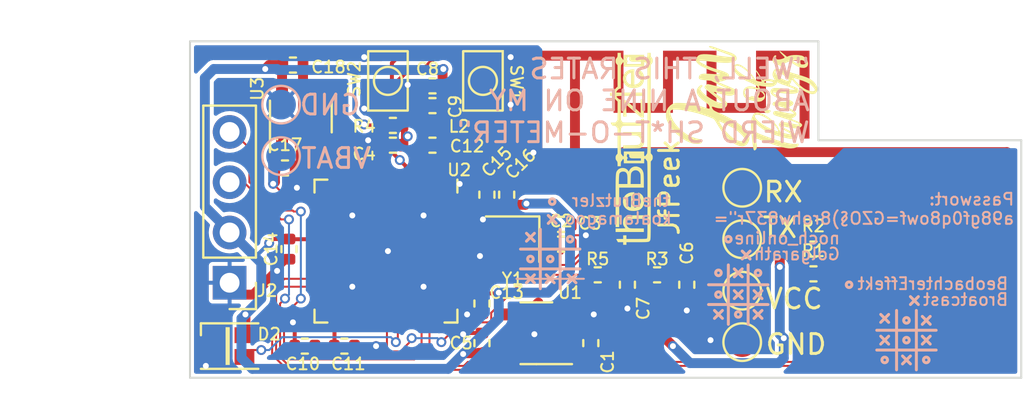
<source format=kicad_pcb>
(kicad_pcb (version 20221018) (generator pcbnew)
  (layers (0 "F.Cu" signal) (31 "B.Cu" signal) (34 "B.Paste" user) (35 "F.Paste" user) (36 "B.SilkS" user "B.Silkscreen") (37 "F.SilkS" user "F.Silkscreen") (38 "B.Mask" user) (39 "F.Mask" user) (44 "Edge.Cuts" user))
  (net 0 "")
  (net 1 "Net-(AE1-A)")
  (net 2 "GND")
  (net 3 "/VUSB")
  (net 4 "Net-(U2-XTAL_N)")
  (net 5 "Net-(U2-XTAL_P)")
  (net 6 "/EN")
  (net 7 "+3V3")
  (net 8 "Net-(C6-Pad1)")
  (net 9 "Net-(U2-VDD_SPI)")
  (net 10 "VDD3P3")
  (net 11 "Net-(C7-Pad1)")
  (net 12 "/IO48")
  (net 14 "/IO47")
  (net 15 "Net-(J1-D+)")
  (net 16 "Net-(J1-D-)")
  (net 17 "/SCL")
  (net 18 "/SDA")
  (net 19 "/TX")
  (net 22 "/IO0")
  (net 23 "/RX")
  (net 24 "/D+")
  (net 25 "/D-")
  (net 26 "unconnected-(U1-NC-Pad4)")
  (net 61 "/VBAT")
  (footprint "Resistor_SMD:R_0402_1005Metric" (layer "F.Cu") (at 163.75 101.25 90)
    (fp_text reference "C5")
    (fp_text value "10µ")
  )
  (footprint "Package_TO_SOT_SMD:TSOT-23-5" (layer "F.Cu") (at 166.5 100.75 180)
    (fp_text reference "U1")
    (fp_text value "LN1134A332MR")
  )
  (footprint "TestPoint:TestPoint_Pad_D1.5mm" (layer "F.Cu") (at 176.9 96 90)
    (fp_text reference "TP3" hide)
    (fp_text value "TestPoint")
  )
  (footprint "USB_PCB:usb-PCB" (layer "F.Cu") (at 190.9125 97 90)
    (fp_text reference "J1" hide)
    (fp_text value "USB_A" hide)
  )
  (footprint "TestPoint:TestPoint_Pad_D1.5mm" (layer "F.Cu") (at 176.9 93.4 90)
    (fp_text reference "TP4" hide)
    (fp_text value "TestPoint")
  )
  (footprint "Resistor_SMD:R_0402_1005Metric" (layer "F.Cu") (at 169.25 101.25 90)
    (fp_text reference "C1")
    (fp_text value "10µ")
  )
  (footprint "Resistor_SMD:R_0402_1005Metric" (layer "F.Cu") (at 172.6 97.8)
    (fp_text reference "R3")
    (fp_text value "10K")
  )
  (footprint "Resistor_SMD:R_0402_1005Metric" (layer "F.Cu") (at 164 93.75 -90)
    (fp_text reference "C15")
    (fp_text value "100n")
  )
  (footprint "Resistor_SMD:R_0402_1005Metric" (layer "F.Cu") (at 163.75 99.25 90)
    (fp_text reference "C13")
    (fp_text value "100n")
  )
  (footprint "RF_Antenna:Texas_SWRA117D_2.4GHz_Right" (layer "F.Cu") (at 168.45 91.625)
    (fp_text reference "AE1" hide)
    (fp_text value "Antenna_Shield")
  )
  (footprint "TheBrutzlers_Lib:thebrutzler_10mm_mod" (layer "F.Cu") (at 171.3 91.4 90)
    (fp_text reference "G***" hide)
    (fp_text value "LOGO" hide)
  )
  (footprint "TheBrutzlers_Lib:jan_klein" (layer "F.Cu") (at 176.6 89 90)
    (fp_text reference "G***" hide)
    (fp_text value "LOGO" hide)
  )
  (footprint "TestPoint:TestPoint_Pad_D1.5mm" (layer "F.Cu") (at 176.9 101.2 90)
    (fp_text reference "TP6" hide)
    (fp_text value "TestPoint")
  )
  (footprint "Resistor_SMD:R_0402_1005Metric" (layer "F.Cu") (at 159.25 90.25)
    (fp_text reference "R4")
    (fp_text value "10K")
  )
  (footprint "Resistor_SMD:R_0402_1005Metric" (layer "F.Cu") (at 169.6 97.8)
    (fp_text reference "R5")
    (fp_text value "10K")
  )
  (footprint "Inductor_SMD:L_0402_1005Metric" (layer "F.Cu") (at 161.25 90.25 180)
    (fp_text reference "L2")
    (fp_text value "2n2")
  )
  (footprint "Resistor_SMD:R_0402_1005Metric" (layer "F.Cu") (at 180.5 97.75)
    (fp_text reference "R1")
    (fp_text value "22")
  )
  (footprint "Resistor_SMD:R_0402_1005Metric" (layer "F.Cu") (at 154 96.5 90)
    (fp_text reference "C14")
    (fp_text value "100n")
  )
  (footprint "Resistor_SMD:R_0402_1005Metric" (layer "F.Cu") (at 154.8 101.4)
    (fp_text reference "C10")
    (fp_text value "1µ")
  )
  (footprint "Package_TO_SOT_SMD:TSOT-23-5" (layer "F.Cu") (at 154.6 89.8 90)
    (fp_text reference "U3")
    (fp_text value "LN1134A332MR")
  )
  (footprint "Resistor_SMD:R_0402_1005Metric" (layer "F.Cu") (at 165 93.75 -90)
    (fp_text reference "C16")
    (fp_text value "1µ")
  )
  (footprint "TheBrutzlers_Lib:LED_Cree-PLCC4_2x2mm_CCW" (layer "F.Cu") (at 151 101.4)
    (fp_text reference "D2")
    (fp_text value "WS2812B_Geaendertes_Symbol")
  )
  (footprint "Resistor_SMD:R_0402_1005Metric" (layer "F.Cu") (at 161.25 89.25)
    (fp_text reference "C9")
    (fp_text value "100n")
  )
  (footprint "Resistor_SMD:R_0402_1005Metric" (layer "F.Cu") (at 180.5 96.5)
    (fp_text reference "R2")
    (fp_text value "22")
  )
  (footprint "Connector_PinHeader_2.54mm:PinHeader_1x04_P2.54mm_Vertical" (layer "F.Cu") (at 151 98.2 180)
    (fp_text reference "J2")
    (fp_text value "Conn_01x04_Pin")
  )
  (footprint "Crystal:Crystal_SMD_2016-4Pin_2.0x1.6mm" (layer "F.Cu") (at 165.3 96 180)
    (fp_text reference "Y1")
    (fp_text value "40MHz")
  )
  (footprint "Resistor_SMD:R_0402_1005Metric" (layer "F.Cu") (at 156.8 101.4 180)
    (fp_text reference "C11")
    (fp_text value "100n")
  )
  (footprint "Resistor_SMD:R_0402_1005Metric" (layer "F.Cu") (at 171.1 98.3 -90)
    (fp_text reference "C7")
    (fp_text value "10µ")
  )
  (footprint "Resistor_SMD:R_0402_1005Metric" (layer "F.Cu") (at 167.75 96.25)
    (fp_text reference "C2")
    (fp_text value "15p")
  )
  (footprint "Package_DFN_QFN:QFN-56-1EP_7x7mm_P0.4mm_EP5.6x5.6mm" (layer "F.Cu") (at 158.9 96.6 -90)
    (fp_text reference "U2")
    (fp_text value "ESP32-S3")
  )
  (footprint "TestPoint:TestPoint_Pad_D1.5mm" (layer "F.Cu") (at 176.9 98.6 90)
    (fp_text reference "TP5" hide)
    (fp_text value "TestPoint")
  )
  (footprint "TheBrutzlers_Lib:microswitch" (layer "F.Cu") (at 163.8 88 -90)
    (fp_text reference "SW1")
    (fp_text value "SW_Push")
  )
  (footprint "Resistor_SMD:R_0402_1005Metric" (layer "F.Cu") (at 159.25 91.25 180)
    (fp_text reference "C4")
    (fp_text value "1µ")
  )
  (footprint "TheBrutzlers_Lib:microswitch" (layer "F.Cu") (at 159 88 90)
    (fp_text reference "SW2")
    (fp_text value "SW_Push")
  )
  (footprint "Resistor_SMD:R_0402_1005Metric" (layer "F.Cu") (at 174.1 98.3 -90)
    (fp_text reference "C6")
    (fp_text value "10µ")
  )
  (footprint "Resistor_SMD:R_0402_1005Metric" (layer "F.Cu") (at 167.75 95.25)
    (fp_text reference "C3")
    (fp_text value "15p")
  )
  (footprint "Resistor_SMD:R_0402_1005Metric" (layer "F.Cu") (at 153.8 92.4)
    (fp_text reference "C17")
    (fp_text value "10µ")
  )
  (footprint "Resistor_SMD:R_0402_1005Metric" (layer "F.Cu") (at 161.25 91.25 180)
    (fp_text reference "C12")
    (fp_text value "100n")
  )
  (footprint "Resistor_SMD:R_0402_1005Metric" (layer "F.Cu") (at 154.2 87.2)
    (fp_text reference "C18")
    (fp_text value "10µ")
  )
  (footprint "Resistor_SMD:R_0402_1005Metric" (layer "F.Cu") (at 161.25 88.25)
    (fp_text reference "C8")
    (fp_text value "1µ")
  )
  (footprint "TestPoint:TestPoint_Pad_D1.5mm" (layer "B.Cu") (at 153.6 91.8 180)
    (fp_text reference "TP1" hide)
    (fp_text value "TestPoint")
  )
  (footprint "TestPoint:TestPoint_Pad_D1.5mm" (layer "B.Cu") (at 153.6 89.2 180)
    (fp_text reference "TP2" hide)
    (fp_text value "TestPoint")
  )
  (gr_line (start 166.4 96.1) (end 166 95.7) (stroke (width 0.15)) (layer "B.SilkS"))
  (gr_line (start 168.9 98) (end 165.5 98) (stroke (width 0.1)) (layer "B.SilkS"))
  (gr_circle (center 175.7 97.7) (end 175.8 97.8) (stroke (width 0.15)) (fill none) (layer "B.SilkS"))
  (gr_circle (center 186.2 102.1) (end 186.3 102.2) (stroke (width 0.15)) (fill none) (layer "B.SilkS"))
  (gr_circle (center 185.2 100.1) (end 185.3 100.2) (stroke (width 0.15)) (fill none) (layer "B.SilkS"))
  (gr_circle (center 182.3 98.3) (end 182.4 98.4) (stroke (width 0.15)) (fill none) (layer "B.SilkS"))
  (gr_line (start 167.4 98.2) (end 167 97.8) (stroke (width 0.15)) (layer "B.SilkS"))
  (gr_line (start 176.9 99) (end 176.5 98.6) (stroke (width 0.15)) (layer "B.SilkS"))
  (gr_line (start 186.7 101.6) (end 183.7 101.6) (stroke (width 0.15)) (layer "B.SilkS"))
  (gr_circle (center 168.2 96) (end 168.3 96.1) (stroke (width 0.15)) (fill none) (layer "B.SilkS"))
  (gr_line (start 176.9 97.5) (end 176.5 97.9) (stroke (width 0.15)) (layer "B.SilkS"))
  (gr_line (start 176.9 98.6) (end 176.5 99) (stroke (width 0.15)) (layer "B.SilkS"))
  (gr_line (start 186.4 101.3) (end 186 100.9) (stroke (width 0.15)) (layer "B.SilkS"))
  (gr_line (start 167.5 94.8) (end 167.1 95.2) (stroke (width 0.15)) (layer "B.SilkS"))
  (gr_circle (center 175.7 98.8) (end 175.8 98.9) (stroke (width 0.15)) (fill none) (layer "B.SilkS"))
  (gr_line (start 166.4 97.8) (end 166 98.2) (stroke (width 0.15)) (layer "B.SilkS"))
  (gr_circle (center 184.1 102.1) (end 184.2 102.2) (stroke (width 0.15)) (fill none) (layer "B.SilkS"))
  (gr_line (start 166.4 95.7) (end 166 96.1) (stroke (width 0.15)) (layer "B.SilkS"))
  (gr_line (start 177.2 100.3) (end 177.2 97.3) (stroke (width 0.15)) (layer "B.SilkS"))
  (gr_circle (center 176.2 96) (end 176.3 96.1) (stroke (width 0.15)) (fill none) (layer "B.SilkS"))
  (gr_line (start 184.3 99.8) (end 183.9 100.2) (stroke (width 0.15)) (layer "B.SilkS"))
  (gr_line (start 185.7 102.6) (end 185.7 99.6) (stroke (width 0.15)) (layer "B.SilkS"))
  (gr_line (start 168.7 97.5) (end 165.7 97.5) (stroke (width 0.15)) (layer "B.SilkS"))
  (gr_line (start 177.9 100) (end 177.5 99.6) (stroke (width 0.15)) (layer "B.SilkS"))
  (gr_circle (center 166.2 97) (end 166.3 97.1) (stroke (width 0.15)) (fill none) (layer "B.SilkS"))
  (gr_line (start 185.4 102.3) (end 185 101.9) (stroke (width 0.15)) (layer "B.SilkS"))
  (gr_line (start 186.4 99.9) (end 186 100.3) (stroke (width 0.15)) (layer "B.SilkS"))
  (gr_line (start 166.7 98.5) (end 166.7 95.5) (stroke (width 0.15)) (layer "B.SilkS"))
  (gr_circle (center 167.3 94.1) (end 167.4 94.2) (stroke (width 0.15)) (fill none) (layer "B.SilkS"))
  (gr_line (start 186.4 100.3) (end 186 99.9) (stroke (width 0.15)) (layer "B.SilkS"))
  (gr_line (start 185.4 101.9) (end 185 102.3) (stroke (width 0.15)) (layer "B.SilkS"))
  (gr_line (start 175.9 99.6) (end 175.5 100) (stroke (width 0.15)) (layer "B.SilkS"))
  (gr_line (start 186.4 100.9) (end 186 101.3) (stroke (width 0.15)) (layer "B.SilkS"))
  (gr_line (start 167.4 97.8) (end 167 98.2) (stroke (width 0.15)) (layer "B.SilkS"))
  (gr_line (start 184.7 102.6) (end 184.7 99.6) (stroke (width 0.15)) (layer "B.SilkS"))
  (gr_line (start 167.7 98.5) (end 167.7 95.5) (stroke (width 0.15)) (layer "B.SilkS"))
  (gr_line (start 166.4 98.2) (end 166 97.8) (stroke (width 0.15)) (layer "B.SilkS"))
  (gr_line (start 178.2 98.3) (end 175.2 98.3) (stroke (width 0.15)) (layer "B.SilkS"))
  (gr_circle (center 177.7 97.7) (end 177.8 97.8) (stroke (width 0.15)) (fill none) (layer "B.SilkS"))
  (gr_line (start 176.9 97.9) (end 176.5 97.5) (stroke (width 0.15)) (layer "B.SilkS"))
  (gr_line (start 178.2 99.3) (end 175.2 99.3) (stroke (width 0.15)) (layer "B.SilkS"))
  (gr_line (start 176.2 100.3) (end 176.2 97.3) (stroke (width 0.15)) (layer "B.SilkS"))
  (gr_line (start 177.9 99) (end 177.5 98.6) (stroke (width 0.15)) (layer "B.SilkS"))
  (gr_line (start 168.5 98.2) (end 168.1 97.8) (stroke (width 0.15)) (layer "B.SilkS"))
  (gr_line (start 168.7 96.5) (end 165.7 96.5) (stroke (width 0.15)) (layer "B.SilkS"))
  (gr_line (start 167.5 95.2) (end 167.1 94.8) (stroke (width 0.15)) (layer "B.SilkS"))
  (gr_line (start 177.9 99.6) (end 177.5 100) (stroke (width 0.15)) (layer "B.SilkS"))
  (gr_circle (center 185.2 101.1) (end 185.3 101.2) (stroke (width 0.15)) (fill none) (layer "B.SilkS"))
  (gr_line (start 175.9 100) (end 175.5 99.6) (stroke (width 0.15)) (layer "B.SilkS"))
  (gr_line (start 185.8 99.3) (end 185.4 98.9) (stroke (width 0.15)) (layer "B.SilkS"))
  (gr_circle (center 167.2 97) (end 167.3 97.1) (stroke (width 0.15)) (fill none) (layer "B.SilkS"))
  (gr_line (start 177.9 98.6) (end 177.5 99) (stroke (width 0.15)) (layer "B.SilkS"))
  (gr_line (start 184.3 100.2) (end 183.9 99.8) (stroke (width 0.15)) (layer "B.SilkS"))
  (gr_line (start 184.3 101.3) (end 183.9 100.9) (stroke (width 0.15)) (layer "B.SilkS"))
  (gr_line (start 168.5 97.8) (end 168.1 98.2) (stroke (width 0.15)) (layer "B.SilkS"))
  (gr_line (start 186.7 100.6) (end 183.7 100.6) (stroke (width 0.15)) (layer "B.SilkS"))
  (gr_line (start 184.3 100.9) (end 183.9 101.3) (stroke (width 0.15)) (layer "B.SilkS"))
  (gr_circle (center 176.7 99.8) (end 176.8 99.9) (stroke (width 0.15)) (fill none) (layer "B.SilkS"))
  (gr_line (start 177.3 96.6) (end 176.9 97) (stroke (width 0.15)) (layer "B.SilkS"))
  (gr_line (start 185.8 98.9) (end 185.4 99.3) (stroke (width 0.15)) (layer "B.SilkS"))
  (gr_line (start 177.3 97) (end 176.9 96.6) (stroke (width 0.15)) (layer "B.SilkS"))
  (gr_line (start 191 91) (end 180.75 91) (stroke (width 0.1)) (layer "Edge.Cuts"))
  (gr_line (start 191 91) (end 191 103) (stroke (width 0.1)) (layer "Edge.Cuts"))
  (gr_line (start 149 86) (end 180.75 86) (stroke (width 0.1)) (layer "Edge.Cuts"))
  (gr_line (start 180.75 91) (end 180.75 86) (stroke (width 0.1)) (layer "Edge.Cuts"))
  (gr_line (start 191 103) (end 149 103) (stroke (width 0.1)) (layer "Edge.Cuts"))
  (gr_line (start 149 103) (end 149 86) (stroke (width 0.1)) (layer "Edge.Cuts"))
  (gr_text "theBrutzler" (at 173.3 94.4) (layer "B.SilkS") (effects (font (size 0.6 0.6) (thickness 0.1) bold) (justify left bottom mirror)))
  (gr_text "Broatcast" (at 190.4 99.4) (layer "B.SilkS") (effects (font (size 0.6 0.6) (thickness 0.1) bold) (justify left bottom mirror)))
  (gr_text "BeobachterEffekt" (at 190.4 98.6) (layer "B.SilkS") (effects (font (size 0.6 0.6) (thickness 0.1) bold) (justify left bottom mirror)))
  (gr_text "{dblquote}WELL, THIS RATES \nABOUT A NINE ON MY \nWIERD SH*T-O-METER{dblquote}" (at 180.4 91.2) (layer "B.SilkS") (effects (font (size 1 1)) (justify left bottom mirror)))
  (gr_text "GND" (at 157.7 89.8) (layer "B.SilkS") (effects (font (size 1 1)) (justify left bottom mirror)))
  (gr_text "noch_online" (at 181.9 96.3) (layer "B.SilkS") (effects (font (size 0.6 0.6) (thickness 0.1) bold) (justify left bottom mirror)))
  (gr_text "koalamagoo" (at 173.4 95.3) (layer "B.SilkS") (effects (font (size 0.6 0.6) (thickness 0.1) bold) (justify left bottom mirror)))
  (gr_text "VBAT" (at 158.2 92.5) (layer "B.SilkS") (effects (font (size 1 1)) (justify left bottom mirror)))
  (gr_text "Golgarath" (at 181.9 97.1) (layer "B.SilkS") (effects (font (size 0.6 0.6) (thickness 0.1) bold) (justify left bottom mirror)))
  (gr_text "Passwort: \na98gf0q8owf=GZO§)8rohw837r{dblquote}=" (at 190.7 95.3) (layer "B.SilkS") (effects (font (size 0.6 0.6) (thickness 0.1) bold) (justify left bottom mirror)))
  (gr_text "VCC\n" (at 178 99.6) (layer "F.SilkS") (effects (font (size 1 1)) (justify left bottom)))
  (gr_text "JfPeek" (at 173.8 95.9 90) (layer "F.SilkS") (effects (font (size 1 1)) (justify left bottom)))
  (gr_text "GND" (at 178 101.9) (layer "F.SilkS") (effects (font (size 1 1)) (justify left bottom)))
  (gr_text "TX" (at 177.85 96) (layer "F.SilkS") (effects (font (size 1 1)) (justify left bottom)))
  (gr_text "RX\n" (at 177.9 94.2) (layer "F.SilkS") (effects (font (size 1 1)) (justify left bottom)))
  (segment (start 161.5 93.1625) (end 161.6375 93.1625) (width 0.2) (layer "F.Cu") (net 1))
  (segment (start 161.8 92.6) (end 162.1 92.3) (width 0.5) (layer "F.Cu") (net 1))
  (segment (start 168.3 92.3) (end 168.45 92.15) (width 0.5) (layer "F.Cu") (net 1))
  (segment (start 168.45 92.15) (end 168.45 91.625) (width 0.5) (layer "F.Cu") (net 1))
  (segment (start 161.6375 93.1625) (end 161.8 93) (width 0.2) (layer "F.Cu") (net 1))
  (segment (start 162.1 92.3) (end 168.3 92.3) (width 0.5) (layer "F.Cu") (net 1))
  (segment (start 161.8 93) (end 161.8 92.6) (width 0.5) (layer "F.Cu") (net 1))
  (segment (start 154.6 92.11) (end 154.31 92.4) (width 0.5) (layer "F.Cu") (net 2))
  (segment (start 163.75 99.76) (end 163.04 99.76) (width 0.2) (layer "F.Cu") (net 2))
  (segment (start 154.71 90.8275) (end 154.6 90.9375) (width 0.5) (layer "F.Cu") (net 2))
  (segment (start 154.29 101.4) (end 154.29 100.29) (width 0.2) (layer "F.Cu") (net 2))
  (segment (start 169.25 100.74) (end 167.6475 100.74) (width 0.5) (layer "F.Cu") (net 2))
  (segment (start 166.265 91.54) (end 162.05 91.54) (width 0.5) (layer "F.Cu") (net 2))
  (segment (start 188.9025 100.81) (end 186.0125 100.81) (width 0.5) (layer "F.Cu") (net 2))
  (segment (start 154.31 93.31) (end 154.4 93.4) (width 0.5) (layer "F.Cu") (net 2))
  (segment (start 164.4 86.7) (end 165.1 86.7) (width 0.2) (layer "F.Cu") (net 2))
  (segment (start 162.8 100.8) (end 162.86 100.74) (width 0.2) (layer "F.Cu") (net 2))
  (segment (start 169.25 100.74) (end 169.25 99.95) (width 0.5) (layer "F.Cu") (net 2))
  (segment (start 164.6 95.45) (end 165.27 94.78) (width 0.1) (layer "F.Cu") (net 2))
  (segment (start 167.79 96.72) (end 166.17 96.72) (width 0.1) (layer "F.Cu") (net 2))
  (segment (start 162.86 100.74) (end 163.75 100.74) (width 0.2) (layer "F.Cu") (net 2))
  (segment (start 157.9 89.3) (end 157.8 89.4) (width 0.2) (layer "F.Cu") (net 2))
  (segment (start 168.26 95.25) (end 168.26 95.8) (width 0.1) (layer "F.Cu") (net 2))
  (segment (start 154 97.01) (end 153.99 97.01) (width 0.2) (layer "F.Cu") (net 2))
  (segment (start 154.6 90.9375) (end 154.6 92.11) (width 0.5) (layer "F.Cu") (net 2))
  (segment (start 158.25 91.25) (end 158 91) (width 0.2) (layer "F.Cu") (net 2))
  (segment (start 163.04 99.76) (end 163 99.8) (width 0.2) (layer "F.Cu") (net 2))
  (segment (start 158.74 91.25) (end 158.25 91.25) (width 0.2) (layer "F.Cu") (net 2))
  (segment (start 158.4 86.7) (end 157.9 86.7) (width 0.2) (layer "F.Cu") (net 2))
  (segment (start 166.265 91.54) (end 164.6 91.54) (width 0.5) (layer "F.Cu") (net 2))
  (segment (start 162.730171 93.1) (end 162.624137 93.206034) (width 0.5) (layer "F.Cu") (net 2))
  (segment (start 169.25 99.95) (end 169.4 99.8) (width 0.5) (layer "F.Cu") (net 2))
  (segment (start 167.79 94.78) (end 168.26 95.25) (width 0.1) (layer "F.Cu") (net 2))
  (segment (start 160.74 88.25) (end 160.05 88.25) (width 0.5) (layer "F.Cu") (net 2))
  (segment (start 162.05 91.54) (end 161.76 91.25) (width 0.5) (layer "F.Cu") (net 2))
  (segment (start 163.9 97.1) (end 165.45 97.1) (width 0.1) (layer "F.Cu") (net 2))
  (segment (start 165.1 89.3) (end 165.2 89.2) (width 0.2) (layer "F.Cu") (net 2))
  (segment (start 165 93.24) (end 165.14 93.1) (width 0.5) (layer "F.Cu") (net 2))
  (segment (start 160.74 89.25) (end 160.74 88.25) (width 0.5) (layer "F.Cu") (net 2))
  (segment (start 166.17 96.72) (end 166 96.55) (width 0.1) (layer "F.Cu") (net 2))
  (segment (start 163.65 96.85) (end 163.9 97.1) (width 0.1) (layer "F.Cu") (net 2))
  (segment (start 165 93.24) (end 164.86 93.1) (width 0.5) (layer "F.Cu") (net 2))
  (segment (start 190.4625 91.79) (end 190.4625 94.59) (width 0.5) (layer "F.Cu") (net 2))
  (segment (start 154.29 100.29) (end 154.2 100.2) (width 0.2) (layer "F.Cu") (net 2))
  (segment (start 154.31 92.4) (end 154.31 93.31) (width 0.5) (layer "F.Cu") (net 2))
  (segment (start 168.26 95.8) (end 168.26 96.25) (width 0.1) (layer "F.Cu") (net 2))
  (segment (start 166.35 91.625) (end 166.265 91.54) (width 0.5) (layer "F.Cu") (net 2))
  (segment (start 190.2725 91.6) (end 190.4625 91.79) (width 0.5) (layer "F.Cu") (net 2))
  (segment (start 154.71 87.2) (end 154.71 90.8275) (width 0.5) (layer "F.Cu") (net 2))
  (segment (start 167.6375 100.75) (end 166.45 100.75) (width 0.5) (layer "F.Cu") (net 2))
  (segment (start 162.05 91.54) (end 164.4 91.54) (width 0.5) (layer "F.Cu") (net 2))
  (segment (start 152.2 98.8) (end 153.4 97.6) (width 0.5) (layer "F.Cu") (net 2))
  (segment (start 190 99.7125) (end 188.9025 100.81) (width 0.5) (layer "F.Cu") (net 2))
  (segment (start 164.86 93.1) (end 164.6 93.1) (width 0.5) (layer "F.Cu") (net 2))
  (segment (start 174.1 98.81) (end 174.1 99.6) (width 0.1) (layer "F.Cu") (net 2))
  (segment (start 168.26 95.8) (end 169 95.8) (width 0.1) (layer "F.Cu") (net 2))
  (segment (start 164.6 95.45) (end 164.25 95.45) (width 0.1) (layer "F.Cu") (net 2))
  (segment (start 158.4 89.3) (end 157.9 89.3) (width 0.2) (layer "F.Cu") (net 2))
  (segment (start 157.31 101.4) (end 158.4 101.4) (width 0.2) (layer "F.Cu") (net 2))
  (segment (start 165.14 93.1) (end 165.4 93.1) (width 0.5) (layer "F.Cu") (net 2))
  (segment (start 167.6475 100.74) (end 167.6375 100.75) (width 0.5) (layer "F.Cu") (net 2))
  (segment (start 166.45 100.75) (end 166.4 100.8) (width 0.5) (layer "F.Cu") (net 2))
  (segment (start 164.4 89.3) (end 165.1 89.3) (width 0.2) (layer "F.Cu") (net 2))
  (segment (start 165.27 94.78) (end 167.79 94.78) (width 0.1) (layer "F.Cu") (net 2))
  (segment (start 165.4 93.1) (end 164.6 93.1) (width 0.5) (layer "F.Cu") (net 2))
  (segment (start 171.1 98.81) (end 171.1 99.5) (width 0.1) (layer "F.Cu") (net 2))
  (segment (start 168.26 96.25) (end 167.79 96.72) (width 0.1) (layer "F.Cu") (net 2))
  (segment (start 164.25 95.45) (end 163.8 95) (width 0.1) (layer "F.Cu") (net 2))
  (segment (start 175.4 101.2) (end 175.3 101.1) (width 0.1) (layer "F.Cu") (net 2))
  (segment (start 160.05 88.25) (end 160 88.2) (width 0.5) (layer "F.Cu") (net 2))
  (segment (start 190 94.59) (end 190 99.7125) (width 0.5) (layer "F.Cu") (net 2))
  (segment (start 150.25 101.95) (end 149.8 102.4) (width 0.1) (layer "F.Cu") (net 2))
  (segment (start 157.9 86.7) (end 157.8 86.8) (width 0.2) (layer "F.Cu") (net 2))
  (segment (start 165.4 93.1) (end 169.4 93.1) (width 0.5) (layer "F.Cu") (net 2))
  (segment (start 169.4 93.1) (end 170.9 91.6) (width 0.5) (layer "F.Cu") (net 2))
  (segment (start 190.4625 94.59) (end 190 94.59) (width 0.5) (layer "F.Cu") (net 2))
  (segment (start 176.9 101.2) (end 175.4 101.2) (width 0.1) (layer "F.Cu") (net 2))
  (segment (start 153.99 97.01) (end 153.4 97.6) (width 0.2) (layer "F.Cu") (net 2))
  (segment (start 170.9 91.6) (end 190.2725 91.6) (width 0.5) (layer "F.Cu") (net 2))
  (segment (start 151 98.8) (end 152.2 98.8) (width 0.5) (layer "F.Cu") (net 2))
  (segment (start 165.1 86.7) (end 165.2 86.8) (width 0.2) (layer "F.Cu") (net 2))
  (segment (start 164.6 93.1) (end 162.730171 93.1) (width 0.5) (layer "F.Cu") (net 2))
  (segment (start 165.45 97.1) (end 166 96.55) (width 0.1) (layer "F.Cu") (net 2))
  (via (at 158.4 101.4) (size 0.5) (drill 0.3) (layers "F.Cu" "B.Cu") (net 2))
  (via (at 166.4 100.8) (size 0.5) (drill 0.3) (layers "F.Cu" "B.Cu") (net 2))
  (via (at 165.2 89.2) (size 0.5) (drill 0.3) (layers "F.Cu" "B.Cu") (net 2))
  (via (at 169.4 99.8) (size 0.5) (drill 0.3) (layers "F.Cu" "B.Cu") (net 2))
  (via (at 160 88.2) (size 0.5) (drill 0.3) (layers "F.Cu" "B.Cu") (net 2))
  (via (at 162.624137 93.206034) (size 0.5) (drill 0.3) (layers "F.Cu" "B.Cu") (net 2))
  (via (at 165.2 86.8) (size 0.5) (drill 0.3) (layers "F.Cu" "B.Cu") (net 2))
  (via (at 149.8 102.4) (size 0.5) (drill 0.3) (layers "F.Cu" "B.Cu") (net 2))
  (via (at 163.65 96.85) (size 0.5) (drill 0.3) (layers "F.Cu" "B.Cu") (net 2))
  (via (at 160.8 98.4) (size 0.5) (drill 0.3) (layers "F.Cu" "B.Cu") (net 2))
  (via (at 158 91) (size 0.5) (drill 0.3) (layers "F.Cu" "B.Cu") (net 2))
  (via (at 153.4 97.6) (size 0.5) (drill 0.3) (layers "F.Cu" "B.Cu") (net 2))
  (via (at 154.2 100.2) (size 0.5) (drill 0.3) (layers "F.Cu" "B.Cu") (net 2))
  (via (at 157.2 94.8) (size 0.5) (drill 0.3) (layers "F.Cu" "B.Cu") (net 2))
  (via (at 157.8 86.8) (size 0.5) (drill 0.3) (layers "F.Cu" "B.Cu") (net 2))
  (via (at 171.1 99.5) (size 0.5) (drill 0.3) (layers "F.Cu" "B.Cu") (net 2))
  (via (at 163.8 95) (size 0.5) (drill 0.3) (layers "F.Cu" "B.Cu") (net 2))
  (via (at 163 99.8) (size 0.5) (drill 0.3) (layers "F.Cu" "B.Cu") (net 2))
  (via (at 174.1 99.6) (size 0.5) (drill 0.3) (layers "F.Cu" "B.Cu") (net 2))
  (via (at 175.3 101.1) (size 0.5) (drill 0.3) (layers "F.Cu" "B.Cu") (net 2))
  (via (at 154.4 93.4) (size 0.5) (drill 0.3) (layers "F.Cu" "B.Cu") (net 2))
  (via (at 157.8 89.4) (size 0.5) (drill 0.3) (layers "F.Cu" "B.Cu") (net 2))
  (via (at 157.2 98.4) (size 0.5) (drill 0.3) (layers "F.Cu" "B.Cu") (net 2))
  (via (at 159 96.6) (size 0.5) (drill 0.3) (layers "F.Cu" "B.Cu") (net 2))
  (via (at 162.8 100.8) (size 0.5) (drill 0.3) (layers "F.Cu" "B.Cu") (net 2))
  (via (at 160.8 94.8) (size 0.5) (drill 0.3) (layers "F.Cu" "B.Cu") (net 2))
  (via (at 169 95.8) (size 0.5) (drill 0.3) (layers "F.Cu" "B.Cu") (net 2))
  (segment (start 165.8 100.980025) (end 166.519975 101.7) (width 0.2) (layer "F.Cu") (net 3))
  (segment (start 169.445 101.76) (end 170.4925 100.7125) (width 0.5) (layer "F.Cu") (net 3))
  (segment (start 173.4 101.4) (end 172.7125 100.7125) (width 0.5) (layer "F.Cu") (net 3))
  (segment (start 167.6375 99.8) (end 166.692893 99.8) (width 0.2) (layer "F.Cu") (net 3))
  (segment (start 178.8 95.532943) (end 178.8 97.4) (width 0.5) (layer "F.Cu") (net 3))
  (segment (start 165.8 100.692893) (end 165.8 100.980025) (width 0.2) (layer "F.Cu") (net 3))
  (segment (start 181.142943 93.19) (end 178.8 95.532943) (width 0.5) (layer "F.Cu") (net 3))
  (segment (start 166.519975 101.7) (end 167.6375 101.7) (width 0.2) (layer "F.Cu") (net 3))
  (segment (start 170.4925 100.7125) (end 171.5 100.7125) (width 0.5) (layer "F.Cu") (net 3))
  (segment (start 169.25 101.76) (end 169.445 101.76) (width 0.5) (layer "F.Cu") (net 3))
  (segment (start 172.7125 100.7125) (end 171.5 100.7125) (width 0.5) (layer "F.Cu") (net 3))
  (segment (start 186.0125 93.19) (end 181.142943 93.19) (width 0.5) (layer "F.Cu") (net 3))
  (segment (start 166.692893 99.8) (end 165.8 100.692893) (width 0.2) (layer "F.Cu") (net 3))
  (segment (start 169.19 101.7) (end 169.25 101.76) (width 0.5) (layer "F.Cu") (net 3))
  (segment (start 167.6375 101.7) (end 169.19 101.7) (width 0.5) (layer "F.Cu") (net 3))
  (via (at 178.8 97.4) (size 0.5) (drill 0.3) (layers "F.Cu" "B.Cu") (net 3))
  (via (at 173.4 101.4) (size 0.5) (drill 0.3) (layers "F.Cu" "B.Cu") (net 3))
  (via (at 179 101) (size 0.5) (drill 0.3) (layers "F.Cu" "B.Cu") (net 3))
  (segment (start 178.75 102.26) (end 174.26 102.26) (width 0.5) (layer "B.Cu") (net 3))
  (segment (start 174.26 102.26) (end 173.4 101.4) (width 0.5) (layer "B.Cu") (net 3))
  (segment (start 178.8 100.8) (end 179 101) (width 0.5) (layer "B.Cu") (net 3))
  (segment (start 178.8 97.4) (end 178.8 100.8) (width 0.5) (layer "B.Cu") (net 3))
  (segment (start 179 101) (end 179 102.01) (width 0.5) (layer "B.Cu") (net 3))
  (segment (start 179 102.01) (end 178.75 102.26) (width 0.5) (layer "B.Cu") (net 3))
  (segment (start 164.267157 96.55) (end 164.6 96.55) (width 0.1) (layer "F.Cu") (net 4))
  (segment (start 165.482842 96) (end 166.99 96) (width 0.1) (layer "F.Cu") (net 4))
  (segment (start 162.917157 95.2) (end 164.267157 96.55) (width 0.1) (layer "F.Cu") (net 4))
  (segment (start 162.3375 95.2) (end 162.917157 95.2) (width 0.1) (layer "F.Cu") (net 4))
  (segment (start 164.6 96.55) (end 164.932842 96.55) (width 0.1) (layer "F.Cu") (net 4))
  (segment (start 166.99 96) (end 167.24 96.25) (width 0.1) (layer "F.Cu") (net 4))
  (segment (start 164.932842 96.55) (end 165.482842 96) (width 0.1) (layer "F.Cu") (net 4))
  (segment (start 167.24 95.405) (end 167.24 95.25) (width 0.1) (layer "F.Cu") (net 5))
  (segment (start 163.082842 94.882842) (end 163.082842 95.082842) (width 0.1) (layer "F.Cu") (net 5))
  (segment (start 163.082842 95.082842) (end 164 96) (width 0.1) (layer "F.Cu") (net 5))
  (segment (start 163 94.8) (end 163.082842 94.882842) (width 0.1) (layer "F.Cu") (net 5))
  (segment (start 165.2 96) (end 165.75 95.45) (width 0.1) (layer "F.Cu") (net 5))
  (segment (start 166.35 95.8) (end 166.845 95.8) (width 0.1) (layer "F.Cu") (net 5))
  (segment (start 166.845 95.8) (end 167.24 95.405) (width 0.1) (layer "F.Cu") (net 5))
  (segment (start 164 96) (end 165.2 96) (width 0.1) (layer "F.Cu") (net 5))
  (segment (start 166 95.45) (end 166.35 95.8) (width 0.1) (layer "F.Cu") (net 5))
  (segment (start 165.75 95.45) (end 166 95.45) (width 0.1) (layer "F.Cu") (net 5))
  (segment (start 162.3375 94.8) (end 163 94.8) (width 0.1) (layer "F.Cu") (net 5))
  (segment (start 163.2 86.7) (end 163.2 89.3) (width 0.2) (layer "F.Cu") (net 6))
  (segment (start 160.3 93.1625) (end 160.3 91.79) (width 0.2) (layer "F.Cu") (net 6))
  (segment (start 160.27 89.74) (end 160.27 88.97) (width 0.2) (layer "F.Cu") (net 6))
  (segment (start 160.6 87.6) (end 161.4 86.8) (width 0.2) (layer "F.Cu") (net 6))
  (segment (start 161.4 86.8) (end 163.1 86.8) (width 0.2) (layer "F.Cu") (net 6))
  (segment (start 159.5 88.407107) (end 159.5 87.992893) (width 0.2) (layer "F.Cu") (net 6))
  (segment (start 160.3 91.79) (end 159.76 91.25) (width 0.2) (layer "F.Cu") (net 6))
  (segment (start 159.76 91.25) (end 159.76 90.25) (width 0.2) (layer "F.Cu") (net 6))
  (segment (start 160.27 88.97) (end 160 88.7) (width 0.2) (layer "F.Cu") (net 6))
  (segment (start 159.5 87.992893) (end 159.892893 87.6) (width 0.2) (layer "F.Cu") (net 6))
  (segment (start 159.76 90.25) (end 160.27 89.74) (width 0.2) (layer "F.Cu") (net 6))
  (segment (start 163.1 86.8) (end 163.2 86.7) (width 0.2) (layer "F.Cu") (net 6))
  (segment (start 160 88.7) (end 159.792893 88.7) (width 0.2) (layer "F.Cu") (net 6))
  (segment (start 159.792893 88.7) (end 159.5 88.407107) (width 0.2) (layer "F.Cu") (net 6))
  (segment (start 159.6 90.09) (end 159.76 90.25) (width 0.2) (layer "F.Cu") (net 6))
  (segment (start 159.892893 87.6) (end 160.6 87.6) (width 0.2) (layer "F.Cu") (net 6))
  (via (at 160 90.8) (size 0.5) (drill 0.3) (layers "F.Cu" "B.Cu") (net 6))
  (segment (start 165 94.26) (end 165.94 94.26) (width 0.5) (layer "F.Cu") (net 7))
  (segment (start 163.81 101.7) (end 163.75 101.76) (width 0.5) (layer "F.Cu") (net 7))
  (segment (start 164.6 98.7) (end 164.56 98.74) (width 0.2) (layer "F.Cu") (net 7))
  (segment (start 153 87.2) (end 152.8 87.4) (width 0.5) (layer "F.Cu") (net 7))
  (segment (start 161.76 87.44) (end 161.76 88.25) (width 0.5) (layer "F.Cu") (net 7))
  (segment (start 162.84 101.76) (end 162.8 101.8) (width 0.5) (layer "F.Cu") (net 7))
  (segment (start 153.65 87.24) (end 153.69 87.2) (width 0.5) (layer "F.Cu") (net 7))
  (segment (start 153.65 88.6625) (end 153.65 87.24) (width 0.5) (layer "F.Cu") (net 7))
  (segment (start 154.01 96) (end 154 95.99) (width 0.2) (layer "F.Cu") (net 7))
  (segment (start 158.74 90.25) (end 157.85 90.25) (width 0.2) (layer "F.Cu") (net 7))
  (segment (start 163.94 94.2) (end 164 94.26) (width 0.2) (layer "F.Cu") (net 7))
  (segment (start 151.8 100.8) (end 151.75 100.85) (width 0.5) (layer "F.Cu") (net 7))
  (segment (start 163 94.2) (end 163.94 94.2) (width 0.5) (layer "F.Cu") (net 7))
  (segment (start 153.21 95.99) (end 153 96.2) (width 0.2) (layer "F.Cu") (net 7))
  (segment (start 163.75 101.76) (end 162.84 101.76) (width 0.5) (layer "F.Cu") (net 7))
  (segment (start 162.3375 94) (end 162.8 94) (width 0.2) (layer "F.Cu") (net 7))
  (segment (start 165.3625 101.7) (end 163.81 101.7) (width 0.5) (layer "F.Cu") (net 7))
  (segment (start 154 95.99) (end 153.21 95.99) (width 0.2) (layer "F.Cu") (net 7))
  (segment (start 164 94.26) (end 165 94.26) (width 0.5) (layer "F.Cu") (net 7))
  (segment (start 155.4625 96) (end 154.01 96) (width 0.2) (layer "F.Cu") (net 7))
  (segment (start 164.56 98.74) (end 163.75 98.74) (width 0.2) (layer "F.Cu") (net 7))
  (segment (start 162.8 94.4) (end 163 94.2) (width 0.2) (layer "F.Cu") (net 7))
  (segment (start 161.735 90.25) (end 161.735 88.275) (width 0.5) (layer "F.Cu") (net 7))
  (segment (start 153.69 87.2) (end 153 87.2) (width 0.5) (layer "F.Cu") (net 7))
  (segment (start 162.3375 98) (end 163.01 98) (width 0.2) (layer "F.Cu") (net 7))
  (segment (start 161.735 88.275) (end 161.76 88.25) (width 0.5) (layer "F.Cu") (net 7))
  (segment (start 161.8 87.4) (end 161.76 87.44) (width 0.5) (layer "F.Cu") (net 7))
  (segment (start 162.3375 94.4) (end 162.8 94.4) (width 0.2) (layer "F.Cu") (net 7))
  (segment (start 151.8 99.8) (end 151.8 100.8) (width 0.5) (layer "F.Cu") (net 7))
  (segment (start 157.85 90.25) (end 157.8 90.2) (width 0.2) (layer "F.Cu") (net 7))
  (segment (start 162.8 94) (end 163 94.2) (width 0.2) (layer "F.Cu") (net 7))
  (segment (start 165.94 94.26) (end 166 94.2) (width 0.5) (layer "F.Cu") (net 7))
  (segment (start 163.01 98) (end 163.75 98.74) (width 0.2) (layer "F.Cu") (net 7))
  (via (at 151.8 99.8) (size 0.5) (drill 0.3) (layers "F.Cu" "B.Cu") (net 7))
  (via (at 153 96.2) (size 0.5) (drill 0.3) (layers "F.Cu" "B.Cu") (net 7))
  (via (at 157.8 90.2) (size 0.5) (drill 0.3) (layers "F.Cu" "B.Cu") (net 7))
  (via (at 166 94.2) (size 0.5) (drill 0.3) (layers "F.Cu" "B.Cu") (net 7))
  (via (at 161.8 87.4) (size 0.5) (drill 0.3) (layers "F.Cu" "B.Cu") (net 7))
  (via (at 162.8 101.8) (size 0.5) (drill 0.3) (layers "F.Cu" "B.Cu") (net 7))
  (via (at 164.6 98.7) (size 0.5) (drill 0.3) (layers "F.Cu" "B.Cu") (net 7))
  (via (at 152.8 87.4) (size 0.5) (drill 0.3) (layers "F.Cu" "B.Cu") (net 7))
  (segment (start 157.8 90.2) (end 157.3 89.7) (width 0.2) (layer "B.Cu") (net 7))
  (segment (start 152.8 87.4) (end 150.2 87.4) (width 0.5) (layer "B.Cu") (net 7))
  (segment (start 152.6 99) (end 152.6 97.2) (width 0.5) (layer "B.Cu") (net 7))
  (segment (start 152.6 97.2) (end 152.3 96.9) (width 0.5) (layer "B.Cu") (net 7))
  (segment (start 167.1 98.7) (end 168.2 97.6) (width 0.5) (layer "B.Cu") (net 7))
  (segment (start 157.4 87.45) (end 153.45 87.45) (width 0.5) (layer "B.Cu") (net 7))
  (segment (start 153.4 87.4) (end 152.8 87.4) (width 0.5) (layer "B.Cu") (net 7))
  (segment (start 151.6 100) (end 152.6 99) (width 0.5) (layer "B.Cu") (net 7))
  (segment (start 162.8 101.8) (end 162.05 102.55) (width 0.5) (layer "B.Cu") (net 7))
  (segment (start 168.2 97.6) (end 168.2 95) (width 0.5) (layer "B.Cu") (net 7))
  (segment (start 153.45 87.45) (end 153.4 87.4) (width 0.5) (layer "B.Cu") (net 7))
  (segment (start 162.05 102.55) (end 152.15 102.55) (width 0.5) (layer "B.Cu") (net 7))
  (segment (start 161.8 87.4) (end 161.75 87.45) (width 0.5) (layer "B.Cu") (net 7))
  (segment (start 152.15 102.55) (end 151.6 102) (width 0.5) (layer "B.Cu") (net 7))
  (segment (start 157.3 89.7) (end 157.3 87.55) (width 0.2) (layer "B.Cu") (net 7))
  (segment (start 153 96.2) (end 152.3 96.9) (width 0.2) (layer "B.Cu") (net 7))
  (segment (start 164.6 98.7) (end 167.1 98.7) (width 0.5) (layer "B.Cu") (net 7))
  (segment (start 151.6 102) (end 151.6 100) (width 0.5) (layer "B.Cu") (net 7))
  (segment (start 167.4 94.2) (end 166 94.2) (width 0.5) (layer "B.Cu") (net 7))
  (segment (start 149.75 87.85) (end 149.75 94.35) (width 0.5) (layer "B.Cu") (net 7))
  (segment (start 164.6 98.7) (end 164.6 100) (width 0.5) (layer "B.Cu") (net 7))
  (segment (start 168.2 95) (end 167.4 94.2) (width 0.5) (layer "B.Cu") (net 7))
  (segment (start 149.75 94.35) (end 152.3 96.9) (width 0.5) (layer "B.Cu") (net 7))
  (segment (start 150.2 87.4) (end 149.75 87.85) (width 0.5) (layer "B.Cu") (net 7))
  (segment (start 161.75 87.45) (end 157.4 87.45) (width 0.5) (layer "B.Cu") (net 7))
  (segment (start 164.6 100) (end 162.8 101.8) (width 0.5) (layer "B.Cu") (net 7))
  (segment (start 157.3 87.55) (end 157.4 87.45) (width 0.2) (layer "B.Cu") (net 7))
  (segment (start 173.12 97.79) (end 173.11 97.8) (width 0.1) (layer "F.Cu") (net 8))
  (segment (start 176.9 98.6) (end 174.91 98.6) (width 0.1) (layer "F.Cu") (net 8))
  (segment (start 174.1 97.79) (end 173.12 97.79) (width 0.1) (layer "F.Cu") (net 8))
  (segment (start 174.91 98.6) (end 174.1 97.79) (width 0.1) (layer "F.Cu") (net 8))
  (segment (start 156.3 100.0375) (end 156.3 101.39) (width 0.2) (layer "F.Cu") (net 9))
  (segment (start 156.29 101.4) (end 155.31 101.4) (width 0.2) (layer "F.Cu") (net 9))
  (segment (start 156.3 101.39) (end 156.29 101.4) (width 0.2) (layer "F.Cu") (net 9))
  (segment (start 160.9 92.3) (end 160.7 92.5) (width 0.2) (layer "F.Cu") (net 10))
  (segment (start 160.9 91.41) (end 160.74 91.25) (width 0.5) (layer "F.Cu") (net 10))
  (segment (start 160.74 91.25) (end 160.74 90.275) (width 0.5) (layer "F.Cu") (net 10))
  (segment (start 160.9 92.3) (end 160.9 91.8) (width 0.5) (layer "F.Cu") (net 10))
  (segment (start 161.1 92.5) (end 160.9 92.3) (width 0.2) (layer "F.Cu") (net 10))
  (segment (start 160.9 91.8) (end 160.9 91.41) (width 0.5) (layer "F.Cu") (net 10))
  (segment (start 160.7 92.5) (end 160.7 93.1625) (width 0.2) (layer "F.Cu") (net 10))
  (segment (start 160.74 90.275) (end 160.765 90.25) (width 0.5) (layer "F.Cu") (net 10))
  (segment (start 161.1 93.1625) (end 161.1 92.5) (width 0.2) (layer "F.Cu") (net 10))
  (segment (start 171.11 97.8) (end 171.1 97.79) (width 0.1) (layer "F.Cu") (net 11))
  (segment (start 171.09 97.8) (end 171.1 97.79) (width 0.1) (layer "F.Cu") (net 11))
  (segment (start 170.11 97.8) (end 171.09 97.8) (width 0.1) (layer "F.Cu") (net 11))
  (segment (start 172.09 97.8) (end 171.11 97.8) (width 0.1) (layer "F.Cu") (net 11))
  (segment (start 164.22 100.08) (end 164.1 100.2) (width 0.1) (layer "F.Cu") (net 12))
  (segment (start 159.133603 101.67) (end 159.63 101.67) (width 0.1) (layer "F.Cu") (net 12))
  (segment (start 160.2 101.1) (end 160.2 101) (width 0.1) (layer "F.Cu") (net 12))
  (segment (start 164.22 99.716397) (end 164.22 100.08) (width 0.1) (layer "F.Cu") (net 12))
  (segment (start 159.63 101.67) (end 160.2 101.1) (width 0.1) (layer "F.Cu") (net 12))
  (segment (start 169.09 97.8) (end 166.136397 97.8) (width 0.1) (layer "F.Cu") (net 12))
  (segment (start 159.1 100.0375) (end 158.95 100.1875) (width 0.1) (layer "F.Cu") (net 12))
  (segment (start 162.65 100.25) (end 161.7 101.2) (width 0.1) (layer "F.Cu") (net 12))
  (segment (start 166.136397 97.8) (end 164.22 99.716397) (width 0.1) (layer "F.Cu") (net 12))
  (segment (start 158.95 101.486397) (end 159.133603 101.67) (width 0.1) (layer "F.Cu") (net 12))
  (segment (start 163.236397 100.2) (end 163.186397 100.25) (width 0.1) (layer "F.Cu") (net 12))
  (segment (start 158.95 100.1875) (end 158.95 101.486397) (width 0.1) (layer "F.Cu") (net 12))
  (segment (start 163.186397 100.25) (end 162.65 100.25) (width 0.1) (layer "F.Cu") (net 12))
  (segment (start 164.1 100.2) (end 163.236397 100.2) (width 0.1) (layer "F.Cu") (net 12))
  (via (at 161.7 101.2) (size 0.5) (drill 0.3) (layers "F.Cu" "B.Cu") (net 12))
  (via (at 160.2 101) (size 0.5) (drill 0.3) (layers "F.Cu" "B.Cu") (net 12))
  (segment (start 161.5 101) (end 161.7 101.2) (width 0.1) (layer "B.Cu") (net 12))
  (segment (start 160.2 101) (end 161.5 101) (width 0.1) (layer "B.Cu") (net 12))
  (segment (start 159.5 100.0375) (end 159.5 101.1) (width 0.1) (layer "F.Cu") (net 14))
  (segment (start 159.5 101.1) (end 159.4 101.2) (width 0.1) (layer "F.Cu") (net 14))
  (segment (start 152.6 101.6) (end 152.1 101.6) (width 0.1) (layer "F.Cu") (net 14))
  (segment (start 152.1 101.6) (end 151.75 101.95) (width 0.1) (layer "F.Cu") (net 14))
  (via (at 159.4 101.2) (size 0.5) (drill 0.3) (layers "F.Cu" "B.Cu") (net 14))
  (via (at 152.6 101.6) (size 0.5) (drill 0.3) (layers "F.Cu" "B.Cu") (net 14))
  (segment (start 159.15 100.95) (end 153.65 100.95) (width 0.1) (layer "B.Cu") (net 14))
  (segment (start 153.65 100.95) (end 153 101.6) (width 0.1) (layer "B.Cu") (net 14))
  (segment (start 159.4 101.2) (end 159.15 100.95) (width 0.1) (layer "B.Cu") (net 14))
  (segment (start 153 101.6) (end 152.6 101.6) (width 0.1) (layer "B.Cu") (net 14))
  (segment (start 181.01 97.75) (end 185.2125 97.75) (width 0.1) (layer "F.Cu") (net 15))
  (segment (start 185.2125 97.75) (end 185.7625 98.3) (width 0.1) (layer "F.Cu") (net 15))
  (segment (start 181.01 96.5) (end 184.9625 96.5) (width 0.1) (layer "F.Cu") (net 16))
  (segment (start 184.9625 96.5) (end 185.7625 95.7) (width 0.1) (layer "F.Cu") (net 16))
  (segment (start 153.8 99) (end 153.55 99.25) (width 0.1) (layer "F.Cu") (net 17))
  (segment (start 151 93.12) (end 151.72 93.12) (width 0.1) (layer "F.Cu") (net 17))
  (segment (start 161.1 101.3) (end 161.1 100.0375) (width 0.1) (layer "F.Cu") (net 17))
  (segment (start 153.55 101.665894) (end 153.954107 102.07) (width 0.1) (layer "F.Cu") (net 17))
  (segment (start 153.55 99.25) (end 153.55 101.665894) (width 0.1) (layer "F.Cu") (net 17))
  (segment (start 153.6 95) (end 154 95) (width 0.1) (layer "F.Cu") (net 17))
  (segment (start 160.33 102.07) (end 161.1 101.3) (width 0.1) (layer "F.Cu") (net 17))
  (segment (start 153.954107 102.07) (end 160.33 102.07) (width 0.1) (layer "F.Cu") (net 17))
  (segment (start 151.72 93.12) (end 153.6 95) (width 0.1) (layer "F.Cu") (net 17))
  (via (at 154 95) (size 0.5) (drill 0.3) (layers "F.Cu" "B.Cu") (net 17))
  (via (at 153.8 99) (size 0.5) (drill 0.3) (layers "F.Cu" "B.Cu") (net 17))
  (segment (start 154 98.8) (end 153.8 99) (width 0.1) (layer "B.Cu") (net 17))
  (segment (start 154 95) (end 154 98.8) (width 0.1) (layer "B.Cu") (net 17))
  (segment (start 153.75 99.85) (end 154.6 99) (width 0.1) (layer "F.Cu") (net 18))
  (segment (start 154.036949 101.87) (end 153.75 101.583051) (width 0.1) (layer "F.Cu") (net 18))
  (segment (start 160.7 100.0375) (end 160.7 101.3) (width 0.1) (layer "F.Cu") (net 18))
  (segment (start 153.75 101.583051) (end 153.75 99.85) (width 0.1) (layer "F.Cu") (net 18))
  (segment (start 160.7 101.3) (end 160.13 101.87) (width 0.1) (layer "F.Cu") (net 18))
  (segment (start 154.236397 94.6) (end 154.186397 94.55) (width 0.1) (layer "F.Cu") (net 18))
  (segment (start 152 93.117158) (end 152 91.4) (width 0.1) (layer "F.Cu") (net 18))
  (segment (start 152 91.4) (end 151.18 90.58) (width 0.1) (layer "F.Cu") (net 18))
  (segment (start 160.13 101.87) (end 154.036949 101.87) (width 0.1) (layer "F.Cu") (net 18))
  (segment (start 154.186397 94.55) (end 153.432842 94.55) (width 0.1) (layer "F.Cu") (net 18))
  (segment (start 153.432842 94.55) (end 152 93.117158) (width 0.1) (layer "F.Cu") (net 18))
  (segment (start 151.18 90.58) (end 151 90.58) (width 0.1) (layer "F.Cu") (net 18))
  (segment (start 154.6 94.6) (end 154.236397 94.6) (width 0.1) (layer "F.Cu") (net 18))
  (via (at 154.6 99) (size 0.5) (drill 0.3) (layers "F.Cu" "B.Cu") (net 18))
  (via (at 154.6 94.6) (size 0.5) (drill 0.3) (layers "F.Cu" "B.Cu") (net 18))
  (segment (start 154.6 99) (end 154.6 94.6) (width 0.1) (layer "B.Cu") (net 18))
  (segment (start 163.380761 97.5) (end 163 97.119239) (width 0.1) (layer "F.Cu") (net 19))
  (segment (start 163 96.9) (end 162.9 96.8) (width 0.1) (layer "F.Cu") (net 19))
  (segment (start 176.9 96) (end 169.719239 96) (width 0.1) (layer "F.Cu") (net 19))
  (segment (start 163 97.119239) (end 163 96.9) (width 0.1) (layer "F.Cu") (net 19))
  (segment (start 168.219239 97.5) (end 163.380761 97.5) (width 0.1) (layer "F.Cu") (net 19))
  (segment (start 162.9 96.8) (end 162.3375 96.8) (width 0.1) (layer "F.Cu") (net 19))
  (segment (start 169.719239 96) (end 168.219239 97.5) (width 0.1) (layer "F.Cu") (net 19))
  (segment (start 159.2 88.9) (end 159.6 89.3) (width 0.2) (layer "F.Cu") (net 22))
  (segment (start 159.6 86.7) (end 159.2 87.1) (width 0.2) (layer "F.Cu") (net 22))
  (segment (start 159.6 92) (end 159.9 92.3) (width 0.2) (layer "F.Cu") (net 22))
  (segment (start 159.2 87.1) (end 159.2 88.9) (width 0.2) (layer "F.Cu") (net 22))
  (segment (start 159.21 89.69) (end 159.6 89.3) (width 0.2) (layer "F.Cu") (net 22))
  (segment (start 159.21 90) (end 159.21 89.69) (width 0.2) (layer "F.Cu") (net 22))
  (segment (start 159.21 90) (end 159.21 91.61) (width 0.2) (layer "F.Cu") (net 22))
  (segment (start 159.21 91.61) (end 159.6 92) (width 0.2) (layer "F.Cu") (net 22))
  (segment (start 159.9 92.3) (end 159.9 93.1625) (width 0.2) (layer "F.Cu") (net 22))
  (via (at 159.6 92) (size 0.5) (drill 0.3) (layers "F.Cu" "B.Cu") (net 22))
  (segment (start 163.2 96.5) (end 163.2 97.036397) (width 0.1) (layer "F.Cu") (net 23))
  (segment (start 173.5 95.8) (end 175.9 93.4) (width 0.1) (layer "F.Cu") (net 23))
  (segment (start 175.9 93.4) (end 176.9 93.4) (width 0.1) (layer "F.Cu") (net 23))
  (segment (start 176.9 93.4) (end 176.85 93.45) (width 0.1) (layer "F.Cu") (net 23))
  (segment (start 162.3375 96.4) (end 163.1 96.4) (width 0.1) (layer "F.Cu") (net 23))
  (segment (start 163.463603 97.3) (end 168.136397 97.3) (width 0.1) (layer "F.Cu") (net 23))
  (segment (start 163.2 97.036397) (end 163.463603 97.3) (width 0.1) (layer "F.Cu") (net 23))
  (segment (start 168.136397 97.3) (end 169.636397 95.8) (width 0.1) (layer "F.Cu") (net 23))
  (segment (start 169.636397 95.8) (end 173.5 95.8) (width 0.1) (layer "F.Cu") (net 23))
  (segment (start 163.1 96.4) (end 163.2 96.5) (width 0.1) (layer "F.Cu") (net 23))
  (segment (start 154 102.4) (end 153.35 101.75) (width 0.1) (layer "F.Cu") (net 24))
  (segment (start 179.541422 102.2) (end 163.036397 102.2) (width 0.1) (layer "F.Cu") (net 24))
  (segment (start 180.3 98.06) (end 180.3 101.441422) (width 0.1) (layer "F.Cu") (net 24))
  (segment (start 179.99 97.75) (end 180.3 98.06) (width 0.1) (layer "F.Cu") (net 24))
  (segment (start 180.3 101.441422) (end 179.541422 102.2) (width 0.1) (layer "F.Cu") (net 24))
  (segment (start 163.036397 102.2) (end 162.836397 102.4) (width 0.1) (layer "F.Cu") (net 24))
  (segment (start 153.35 101.75) (end 153.35 98.708578) (width 0.1) (layer "F.Cu") (net 24))
  (segment (start 153.658578 98.4) (end 155.4625 98.4) (width 0.1) (layer "F.Cu") (net 24))
  (segment (start 162.836397 102.4) (end 154 102.4) (width 0.1) (layer "F.Cu") (net 24))
  (segment (start 153.35 98.708578) (end 153.658578 98.4) (width 0.1) (layer "F.Cu") (net 24))
  (segment (start 179.624264 102.4) (end 180.5 101.524264) (width 0.1) (layer "F.Cu") (net 25))
  (segment (start 153.15 101.832843) (end 153.917158 102.6) (width 0.1) (layer "F.Cu") (net 25))
  (segment (start 162.91924 102.6) (end 163.11924 102.4) (width 0.1) (layer "F.Cu") (net 25))
  (segment (start 153.775736 98) (end 153.15 98.625736) (width 0.1) (layer "F.Cu") (net 25))
  (segment (start 180.5 97.3) (end 179.99 96.79) (width 0.1) (layer "F.Cu") (net 25))
  (segment (start 153.917158 102.6) (end 162.91924 102.6) (width 0.1) (layer "F.Cu") (net 25))
  (segment (start 179.99 96.79) (end 179.99 96.5) (width 0.1) (layer "F.Cu") (net 25))
  (segment (start 180.5 101.524264) (end 180.5 97.3) (width 0.1) (layer "F.Cu") (net 25))
  (segment (start 153.15 98.625736) (end 153.15 101.832843) (width 0.1) (layer "F.Cu") (net 25))
  (segment (start 163.11924 102.4) (end 179.624264 102.4) (width 0.1) (layer "F.Cu") (net 25))
  (segment (start 155.4625 98) (end 153.775736 98) (width 0.1) (layer "F.Cu") (net 25))
  (segment (start 166 99.8) (end 166.6 99.2) (width 0.5) (layer "F.Cu") (net 26))
  (segment (start 165.3625 99.8) (end 166 99.8) (width 0.5) (layer "F.Cu") (net 26))
  (segment (start 155.55 92.886397) (end 154.586397 93.85) (width 0.1) (layer "F.Cu") (net 61))
  (segment (start 153.29 92.4) (end 153.29 93.11) (width 0.5) (layer "F.Cu") (net 61))
  (segment (start 153.29 93.11) (end 153.2 93.2) (width 0.5) (layer "F.Cu") (net 61))
  (segment (start 153.85 93.85) (end 153.2 93.2) (width 0.1) (layer "F.Cu") (net 61))
  (segment (start 153.65 92.04) (end 153.29 92.4) (width 0.5) (layer "F.Cu") (net 61))
  (segment (start 155.55 90.9375) (end 155.55 92.886397) (width 0.1) (layer "F.Cu") (net 61))
  (segment (start 154.586397 93.85) (end 153.85 93.85) (width 0.1) (layer "F.Cu") (net 61))
  (segment (start 153.65 90.9375) (end 153.65 92.04) (width 0.5) (layer "F.Cu") (net 61))
  (via (at 153.2 93.2) (size 0.5) (drill 0.3) (layers "F.Cu" "B.Cu") (net 61))
  (segment (start 153.2 92.2) (end 153.6 91.8) (width 0.5) (layer "B.Cu") (net 61))
  (segment (start 153.2 93.2) (end 153.2 92.2) (width 0.5) (layer "B.Cu") (net 61))
  (zone (net 2) (net_name "GND") (layer "B.Cu") (priority 5) (connect_pads (clearance 0.2)) (min_thickness 0.2) (fill yes (thermal_gap 0.2) (thermal_bridge_width 0.2))
    (polygon (pts (xy 149 86) (xy 166.4 86) (xy 166.8 86.4) (xy 166.8 91.4) (xy 178.6 91.4) (xy 179.4 92.2) (xy 181.2 92.2) (xy 182 91.4) (xy 191 91.4) (xy 191 103) (xy 149 103)))
  )
)
</source>
